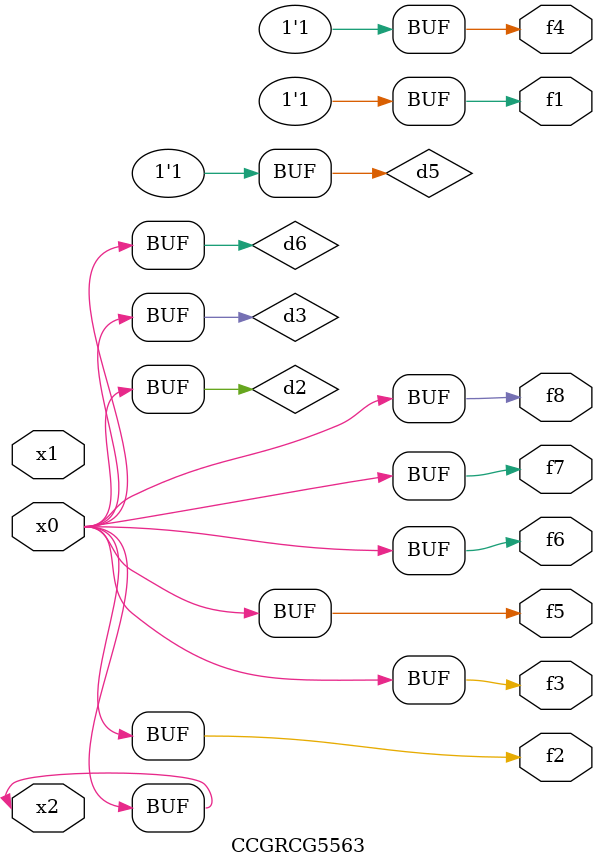
<source format=v>
module CCGRCG5563(
	input x0, x1, x2,
	output f1, f2, f3, f4, f5, f6, f7, f8
);

	wire d1, d2, d3, d4, d5, d6;

	xnor (d1, x2);
	buf (d2, x0, x2);
	and (d3, x0);
	xnor (d4, x1, x2);
	nand (d5, d1, d3);
	buf (d6, d2, d3);
	assign f1 = d5;
	assign f2 = d6;
	assign f3 = d6;
	assign f4 = d5;
	assign f5 = d6;
	assign f6 = d6;
	assign f7 = d6;
	assign f8 = d6;
endmodule

</source>
